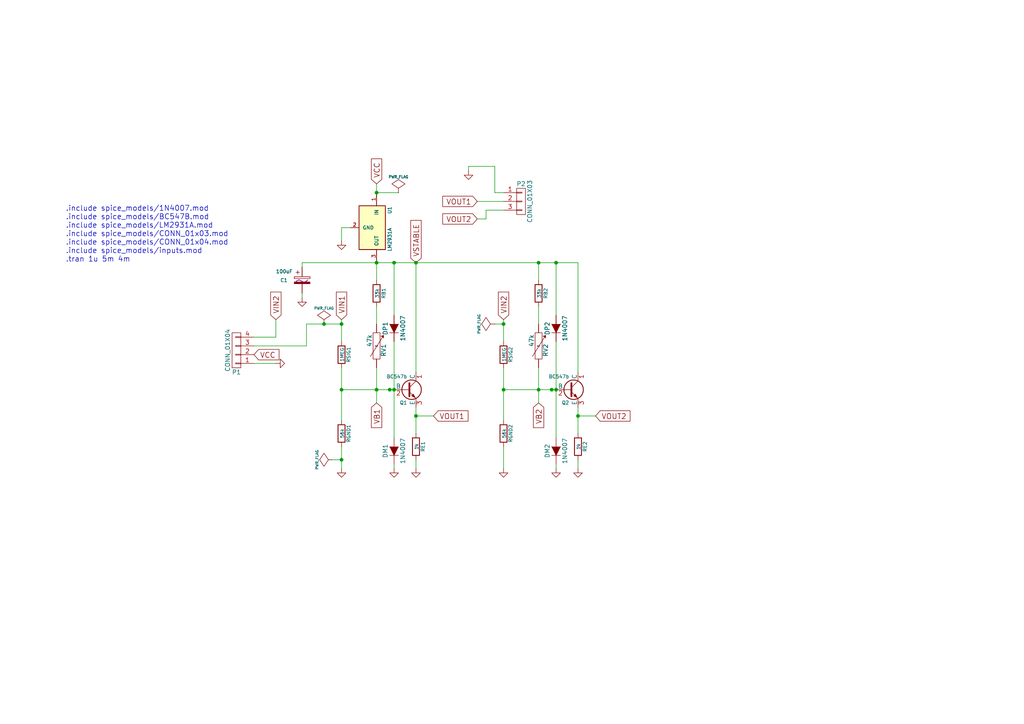
<source format=kicad_sch>
(kicad_sch (version 20230121) (generator eeschema)
  (paper "A4")
  (title_block (title "Arduino TFT Oscilloscope Input") (date "8 apr 2015"))
  (lib_symbols
    (symbol "osc_input-rescue:BC547" (pin_names (offset 0))
      (property "Reference" "Q" (at 5.08 1.905 0))
      (property "Value" "BC547" (at 5.08 0 0))
      (property "Footprint" "TO-92" (at 5.08 -1.905 0))
      (symbol "BC547_0_1"
        (polyline (pts (xy 0 0) (xy 0.635 0)))
        (polyline (pts (xy 0.635 0.635) (xy 2.54 2.54)))
        (polyline (pts (xy 0.635 -0.635) (xy 2.54 -2.54) (xy 2.54 -2.54)))
        (polyline (pts (xy 0.635 1.905) (xy 0.635 -1.905) (xy 0.635 -1.905)) (stroke (width 0.508)))
        (polyline (pts (xy 1.27 -1.778) (xy 1.778 -1.27) (xy 2.286 -2.286) (xy 1.27 -1.778) (xy 1.27 -1.778)) (fill (type outline)))
        (circle (center 1.27 0) (radius 2.8194) (stroke (width 0.254)))
      )
      (symbol "BC547_1_1"
        (pin passive line (at 2.54 5.08 270) (length 2.54) (name "C") (number "1"))
        (pin input line (at -5.08 0 0) (length 5.08) (name "B") (number "2"))
        (pin passive line (at 2.54 -5.08 90) (length 2.54) (name "E") (number "3"))
      )
    )
    (symbol "osc_input-rescue:CONN_01X03" (pin_names (offset 1.016) hide)
      (property "Reference" "P" (at 0 5.08 0))
      (property "Value" "CONN_01X03" (at 2.54 0 90))
      (symbol "CONN_01X03_0_1"
        (rectangle (start -1.27 -2.413) (end 0.254 -2.667))
        (rectangle (start -1.27 0.127) (end 0.254 -0.127))
        (rectangle (start -1.27 2.667) (end 0.254 2.413))
        (rectangle (start -1.27 3.81) (end 1.27 -3.81))
      )
      (symbol "CONN_01X03_1_1"
        (pin passive line (at -5.08 2.54 0) (length 3.81) (name "P1") (number "1"))
        (pin passive line (at -5.08 0 0) (length 3.81) (name "P2") (number "2"))
        (pin passive line (at -5.08 -2.54 0) (length 3.81) (name "P3") (number "3"))
      )
    )
    (symbol "osc_input-rescue:CONN_01X04" (pin_names (offset 1.016) hide)
      (property "Reference" "P" (at 0 6.35 0))
      (property "Value" "CONN_01X04" (at 2.54 0 90))
      (symbol "CONN_01X04_0_1"
        (rectangle (start -1.27 -3.683) (end 0.254 -3.937))
        (rectangle (start -1.27 -1.143) (end 0.254 -1.397))
        (rectangle (start -1.27 1.397) (end 0.254 1.143))
        (rectangle (start -1.27 3.937) (end 0.254 3.683))
        (rectangle (start -1.27 5.08) (end 1.27 -5.08))
      )
      (symbol "CONN_01X04_1_1"
        (pin passive line (at -5.08 3.81 0) (length 3.81) (name "P1") (number "1"))
        (pin passive line (at -5.08 1.27 0) (length 3.81) (name "P2") (number "2"))
        (pin passive line (at -5.08 -1.27 0) (length 3.81) (name "P3") (number "3"))
        (pin passive line (at -5.08 -3.81 0) (length 3.81) (name "P4") (number "4"))
      )
    )
    (symbol "osc_input-rescue:CP" (pin_numbers hide) (pin_names (offset 0.254))
      (property "Reference" "C" (at 0.635 2.54 0))
      (property "Value" "CP" (at 0.635 -2.54 0))
      (symbol "CP_0_1"
        (rectangle (start -2.286 0.508) (end -2.286 1.016))
        (rectangle (start -2.286 0.508) (end 2.286 0.508))
        (polyline (pts (xy -1.778 2.286) (xy -0.762 2.286)))
        (polyline (pts (xy -1.27 2.794) (xy -1.27 1.778)))
        (rectangle (start 2.286 -0.508) (end -2.286 -1.016) (fill (type outline)))
        (rectangle (start 2.286 1.016) (end -2.286 1.016))
        (rectangle (start 2.286 1.016) (end 2.286 0.508))
      )
      (symbol "CP_1_1"
        (pin passive line (at 0 3.81 270) (length 2.794) (name "~") (number "1"))
        (pin passive line (at 0 -3.81 90) (length 2.794) (name "~") (number "2"))
      )
    )
    (symbol "osc_input-rescue:D" (pin_numbers hide) (pin_names (offset 1.016) hide)
      (property "Reference" "D" (at 0 2.54 0))
      (property "Value" "D" (at 0 -2.54 0))
      (symbol "D_0_1"
        (polyline (pts (xy -1.27 1.27) (xy -1.27 -1.27)) (stroke (width 0.1524)))
        (polyline (pts (xy 1.27 1.27) (xy -1.27 0) (xy 1.27 -1.27)) (fill (type outline)))
      )
      (symbol "D_1_1"
        (pin passive line (at -3.81 0 0) (length 2.54) (name "K") (number "1"))
        (pin passive line (at 3.81 0 180) (length 2.54) (name "A") (number "2"))
      )
    )
    (symbol "osc_input-rescue:GND" (power) (pin_names (offset 0))
      (property "Value" "GND" (at 0 -3.81 0))
      (symbol "GND_0_1"
        (polyline (pts (xy 0 0) (xy 0 -1.27) (xy 1.27 -1.27) (xy 0 -2.54) (xy -1.27 -1.27) (xy 0 -1.27)))
      )
      (symbol "GND_1_1"
        (pin power_in line (at 0 0 270) (length 0) hide (name "GND") (number "1"))
      )
    )
    (symbol "osc_input-rescue:LM2931A" (pin_names (offset 1.016))
      (property "Reference" "U" (at -5.08 5.08 0))
      (property "Value" "LM2931A" (at 0 5.08 0))
      (property "Footprint" "TO-220" (at 0 2.54 0))
      (symbol "LM2931A_0_1"
        (rectangle (start -6.35 3.81) (end 6.35 -3.81) (stroke (width 0.254)) (fill (type background)))
      )
      (symbol "LM2931A_1_1"
        (pin input line (at -10.16 1.27 0) (length 3.81) (name "IN") (number "1"))
        (pin input line (at 0 -6.35 90) (length 2.54) (name "GND") (number "2"))
        (pin power_out line (at 10.16 1.27 180) (length 3.81) (name "OUT") (number "3"))
      )
    )
    (symbol "osc_input-rescue:PWR_FLAG" (power) (pin_numbers hide) (pin_names (offset 0) hide)
      (property "Value" "PWR_FLAG" (at 0 4.572 0))
      (symbol "PWR_FLAG_0_0"
        (pin power_out line (at 0 0 90) (length 0) (name "pwr") (number "1"))
      )
      (symbol "PWR_FLAG_0_1"
        (polyline (pts (xy 0 0) (xy 0 1.27) (xy -1.905 2.54) (xy 0 3.81) (xy 1.905 2.54) (xy 0 1.27)))
      )
    )
    (symbol "osc_input-rescue:R" (pin_numbers hide) (pin_names (offset 0))
      (property "Reference" "R" (at 2.032 0 90))
      (property "Value" "R" (at 0 0 90))
      (symbol "R_0_1"
        (rectangle (start -1.016 -2.54) (end 1.016 2.54) (stroke (width 0.254)))
      )
      (symbol "R_1_1"
        (pin passive line (at 0 3.81 270) (length 1.27) (name "~") (number "1"))
        (pin passive line (at 0 -3.81 90) (length 1.27) (name "~") (number "2"))
      )
    )
    (symbol "osc_input-rescue:RVAR" (pin_numbers hide) (pin_names (offset 0))
      (property "Reference" "R" (at 2.032 -1.27 90))
      (property "Value" "RVAR" (at -2.032 1.524 90))
      (symbol "RVAR_0_1"
        (rectangle (start -1.016 3.81) (end 1.016 -3.81))
        (polyline (pts (xy -1.778 -3.048) (xy 2.032 3.048)))
        (polyline (pts (xy 2.032 2.286) (xy 2.032 3.048) (xy 1.27 2.794)) (fill (type outline)))
      )
      (symbol "RVAR_1_1"
        (pin passive line (at 0 6.35 270) (length 2.54) (name "~") (number "1"))
        (pin passive line (at 0 -6.35 90) (length 2.54) (name "~") (number "2"))
      )
    )
  )
  (junction (at 120.65 76.2))
  (junction (at 109.22 76.2))
  (junction (at 120.65 120.65))
  (junction (at 93.98 93.98))
  (junction (at 160.02 113.03))
  (junction (at 156.21 76.2))
  (junction (at 99.06 113.03))
  (junction (at 99.06 93.98))
  (junction (at 109.22 113.03))
  (junction (at 161.29 76.2))
  (junction (at 113.03 113.03))
  (junction (at 146.05 113.03))
  (junction (at 146.05 93.98))
  (junction (at 167.64 120.65))
  (junction (at 161.29 113.03))
  (junction (at 99.06 133.35))
  (junction (at 114.3 76.2))
  (junction (at 109.22 55.88))
  (junction (at 156.21 113.03))
  (junction (at 114.3 113.03))
  (wire (pts (xy 93.98 93.98) (xy 99.06 93.98)))
  (wire (pts (xy 160.02 113.03) (xy 161.29 113.03)))
  (wire (pts (xy 143.51 93.98) (xy 146.05 93.98)))
  (wire (pts (xy 146.05 113.03) (xy 146.05 121.92)))
  (wire (pts (xy 109.22 57.15) (xy 109.22 55.88)))
  (wire (pts (xy 109.22 76.2) (xy 109.22 81.28)))
  (wire (pts (xy 156.21 106.68) (xy 156.21 113.03)))
  (wire (pts (xy 88.9 100.33) (xy 88.9 93.98)))
  (wire (pts (xy 99.06 113.03) (xy 109.22 113.03)))
  (wire (pts (xy 156.21 76.2) (xy 156.21 81.28)))
  (wire (pts (xy 167.64 133.35) (xy 167.64 135.89)))
  (wire (pts (xy 120.65 120.65) (xy 120.65 125.73)))
  (wire (pts (xy 146.05 92.71) (xy 146.05 93.98)))
  (wire (pts (xy 167.64 120.65) (xy 172.72 120.65)))
  (wire (pts (xy 161.29 76.2) (xy 167.64 76.2)))
  (wire (pts (xy 120.65 118.11) (xy 120.65 120.65)))
  (wire (pts (xy 156.21 76.2) (xy 161.29 76.2)))
  (wire (pts (xy 167.64 120.65) (xy 167.64 125.73)))
  (wire (pts (xy 156.21 88.9) (xy 156.21 93.98)))
  (wire (pts (xy 143.51 55.88) (xy 146.05 55.88)))
  (wire (pts (xy 73.66 97.79) (xy 80.01 97.79)))
  (wire (pts (xy 114.3 99.06) (xy 114.3 113.03)))
  (wire (pts (xy 109.22 88.9) (xy 109.22 93.98)))
  (wire (pts (xy 161.29 134.62) (xy 161.29 135.89)))
  (wire (pts (xy 87.63 76.2) (xy 109.22 76.2)))
  (wire (pts (xy 80.01 97.79) (xy 80.01 92.71)))
  (wire (pts (xy 114.3 113.03) (xy 114.3 127)))
  (wire (pts (xy 156.21 113.03) (xy 160.02 113.03)))
  (wire (pts (xy 140.97 60.96) (xy 140.97 63.5)))
  (wire (pts (xy 99.06 69.85) (xy 99.06 66.04)))
  (wire (pts (xy 109.22 106.68) (xy 109.22 113.03)))
  (wire (pts (xy 87.63 77.47) (xy 87.63 76.2)))
  (wire (pts (xy 113.03 113.03) (xy 114.3 113.03)))
  (wire (pts (xy 73.66 105.41) (xy 80.01 105.41)))
  (wire (pts (xy 114.3 134.62) (xy 114.3 135.89)))
  (wire (pts (xy 109.22 76.2) (xy 114.3 76.2)))
  (wire (pts (xy 114.3 76.2) (xy 120.65 76.2)))
  (wire (pts (xy 161.29 99.06) (xy 161.29 113.03)))
  (wire (pts (xy 109.22 55.88) (xy 115.57 55.88)))
  (wire (pts (xy 120.65 76.2) (xy 156.21 76.2)))
  (wire (pts (xy 109.22 113.03) (xy 113.03 113.03)))
  (wire (pts (xy 109.22 113.03) (xy 109.22 116.84)))
  (wire (pts (xy 99.06 66.04) (xy 101.6 66.04)))
  (wire (pts (xy 140.97 60.96) (xy 146.05 60.96)))
  (wire (pts (xy 120.65 133.35) (xy 120.65 135.89)))
  (wire (pts (xy 120.65 120.65) (xy 125.73 120.65)))
  (wire (pts (xy 167.64 118.11) (xy 167.64 120.65)))
  (wire (pts (xy 146.05 135.89) (xy 146.05 129.54)))
  (wire (pts (xy 140.97 63.5) (xy 138.43 63.5)))
  (wire (pts (xy 99.06 133.35) (xy 99.06 135.89)))
  (wire (pts (xy 143.51 48.26) (xy 135.89 48.26)))
  (wire (pts (xy 167.64 76.2) (xy 167.64 107.95)))
  (wire (pts (xy 161.29 76.2) (xy 161.29 91.44)))
  (wire (pts (xy 120.65 76.2) (xy 120.65 107.95)))
  (wire (pts (xy 99.06 129.54) (xy 99.06 133.35)))
  (wire (pts (xy 109.22 53.34) (xy 109.22 55.88)))
  (wire (pts (xy 146.05 113.03) (xy 156.21 113.03)))
  (wire (pts (xy 99.06 92.71) (xy 99.06 93.98)))
  (wire (pts (xy 146.05 93.98) (xy 146.05 99.06)))
  (wire (pts (xy 87.63 85.09) (xy 87.63 86.36)))
  (wire (pts (xy 161.29 113.03) (xy 161.29 127)))
  (wire (pts (xy 143.51 48.26) (xy 143.51 55.88)))
  (wire (pts (xy 114.3 76.2) (xy 114.3 91.44)))
  (wire (pts (xy 99.06 106.68) (xy 99.06 113.03)))
  (wire (pts (xy 96.52 133.35) (xy 99.06 133.35)))
  (wire (pts (xy 73.66 100.33) (xy 88.9 100.33)))
  (wire (pts (xy 88.9 93.98) (xy 93.98 93.98)))
  (wire (pts (xy 156.21 113.03) (xy 156.21 116.84)))
  (wire (pts (xy 135.89 48.26) (xy 135.89 49.53)))
  (wire (pts (xy 138.43 58.42) (xy 146.05 58.42)))
  (wire (pts (xy 99.06 113.03) (xy 99.06 121.92)))
  (wire (pts (xy 99.06 93.98) (xy 99.06 99.06)))
  (wire (pts (xy 146.05 106.68) (xy 146.05 113.03)))
  (text ".include spice_models/1N4007.mod\n.include spice_models/BC547B.mod\n.include spice_models/LM2931A.mod\n.include spice_models/CONN_01x03.mod\n.include spice_models/CONN_01x04.mod\n.include spice_models/inputs.mod\n.tran 1u 5m 4m" (at 19.05 76.2 0) (effects (font (size 1.524 1.524)) (justify left bottom)))
  (global_label "VOUT2" (shape input) (at 172.72 120.65 0) (effects (font (size 1.524 1.524))) (property "Intersheetrefs" "${INTERSHEET_REFS}" (effects hide)))
  (global_label "VOUT1" (shape input) (at 138.43 58.42 180) (effects (font (size 1.524 1.524))) (property "Intersheetrefs" "${INTERSHEET_REFS}" (effects hide)))
  (global_label "VB2" (shape input) (at 156.21 116.84 270) (effects (font (size 1.524 1.524))) (property "Intersheetrefs" "${INTERSHEET_REFS}" (effects hide)))
  (global_label "VCC" (shape input) (at 109.22 53.34 90) (effects (font (size 1.524 1.524))) (property "Intersheetrefs" "${INTERSHEET_REFS}" (effects hide)))
  (global_label "VIN2" (shape input) (at 146.05 92.71 90) (effects (font (size 1.524 1.524))) (property "Intersheetrefs" "${INTERSHEET_REFS}" (effects hide)))
  (global_label "VIN2" (shape input) (at 80.01 92.71 90) (effects (font (size 1.524 1.524))) (property "Intersheetrefs" "${INTERSHEET_REFS}" (effects hide)))
  (global_label "VIN1" (shape input) (at 99.06 92.71 90) (effects (font (size 1.524 1.524))) (property "Intersheetrefs" "${INTERSHEET_REFS}" (effects hide)))
  (global_label "VOUT1" (shape input) (at 125.73 120.65 0) (effects (font (size 1.524 1.524))) (property "Intersheetrefs" "${INTERSHEET_REFS}" (effects hide)))
  (global_label "VCC" (shape input) (at 73.66 102.87 0) (effects (font (size 1.524 1.524))) (property "Intersheetrefs" "${INTERSHEET_REFS}" (effects hide)))
  (global_label "VOUT2" (shape input) (at 138.43 63.5 180) (effects (font (size 1.524 1.524))) (property "Intersheetrefs" "${INTERSHEET_REFS}" (effects hide)))
  (global_label "VB1" (shape input) (at 109.22 116.84 270) (effects (font (size 1.524 1.524))) (property "Intersheetrefs" "${INTERSHEET_REFS}" (effects hide)))
  (global_label "VSTABLE" (shape input) (at 120.65 76.2 90) (effects (font (size 1.524 1.524))) (property "Intersheetrefs" "${INTERSHEET_REFS}" (effects hide)))
  (symbol (lib_id "osc_input-rescue:LM2931A") (at 107.95 66.04 270) (unit 1)
    (property "Reference" "U1" (at 113.03 60.96 0) (effects (font (size 1.016 1.016))))
    (property "Value" "LM2931A" (at 113.03 66.04 0) (effects (font (size 1.016 1.016)) (justify left)))
    (property "Footprint" "TO_SOT_Packages_THT:TO-220_Neutral123_Vertical" (effects hide))
    (property "Spice_Primitive" "X" (effects hide))
    (property "Spice_Model" "LM2931A" (effects hide))
    (property "Spice_Netlist_Enabled" "Y" (effects hide))
    (property "Spice_Lib_File" "spice_models/LM2931A.mod" (effects hide))
  )
  (symbol (lib_id "osc_input-rescue:GND") (at 99.06 69.85 0) (unit 1)
    (property "Reference" "#PWR01" (effects hide))
    (property "Value" "GND" (effects hide))
  )
  (symbol (lib_id "osc_input-rescue:R") (at 109.22 85.09 0) (unit 1)
    (property "Reference" "RB1" (at 111.252 85.09 90) (effects (font (size 1.016 1.016))))
    (property "Value" "33k" (at 109.3978 85.0646 90) (effects (font (size 1.016 1.016))))
    (property "Footprint" "Resistors_THT:Resistor_Horizontal_RM10mm" (effects hide))
    (property "Datasheet" "~" (at 109.22 85.09 0) (effects (font (size 0.762 0.762))))
  )
  (symbol (lib_id "osc_input-rescue:CP") (at 87.63 81.28 0) (unit 1)
    (property "Reference" "C1" (at 81.28 81.28 0) (effects (font (size 1.016 1.016)) (justify left)))
    (property "Value" "100uF" (at 80.01 78.74 0) (effects (font (size 1.016 1.016)) (justify left)))
    (property "Footprint" "Capacitors_THT:C_Radial_D10_L20_P5" (effects hide))
    (property "Datasheet" "~" (at 87.63 81.28 0) (effects (font (size 7.62 7.62))))
  )
  (symbol (lib_id "osc_input-rescue:GND") (at 87.63 86.36 0) (unit 1)
    (property "Reference" "#PWR02" (effects hide))
    (property "Value" "GND" (effects hide))
  )
  (symbol (lib_id "osc_input-rescue:BC547") (at 118.11 113.03 0) (unit 1)
    (property "Reference" "Q1" (at 118.11 116.8146 0) (effects (font (size 1.016 1.016)) (justify right)))
    (property "Value" "BC547b" (at 118.11 109.22 0) (effects (font (size 1.016 1.016)) (justify right)))
    (property "Footprint" "boul51:TO-92_1" (effects hide))
    (property "Spice_Primitive" "Q" (effects hide))
    (property "Spice_Model" "bc547b" (effects hide))
    (property "Spice_Netlist_Enabled" "Y" (effects hide))
    (property "Spice_Lib_File" "spice_models/BC547B.mod" (effects hide))
  )
  (symbol (lib_id "osc_input-rescue:R") (at 120.65 129.54 0) (unit 1)
    (property "Reference" "RE1" (at 122.682 129.54 90) (effects (font (size 1.016 1.016))))
    (property "Value" "1k" (at 120.8278 129.5146 90) (effects (font (size 1.016 1.016))))
    (property "Footprint" "Resistors_THT:Resistor_Horizontal_RM10mm" (effects hide))
    (property "Datasheet" "~" (at 120.65 129.54 0) (effects (font (size 0.762 0.762))))
  )
  (symbol (lib_id "osc_input-rescue:GND") (at 120.65 135.89 0) (unit 1)
    (property "Reference" "#PWR03" (effects hide))
    (property "Value" "GND" (effects hide))
  )
  (symbol (lib_id "osc_input-rescue:R") (at 99.06 102.87 0) (unit 1)
    (property "Reference" "RSIG1" (at 101.092 102.87 90) (effects (font (size 1.016 1.016))))
    (property "Value" "1MEG" (at 99.2378 102.8446 90) (effects (font (size 1.016 1.016))))
    (property "Footprint" "Resistors_THT:Resistor_Horizontal_RM10mm" (effects hide))
    (property "Datasheet" "~" (at 99.06 102.87 0) (effects (font (size 0.762 0.762))))
  )
  (symbol (lib_id "osc_input-rescue:R") (at 99.06 125.73 0) (unit 1)
    (property "Reference" "RGND1" (at 101.092 125.73 90) (effects (font (size 1.016 1.016))))
    (property "Value" "56k" (at 99.2378 125.7046 90) (effects (font (size 1.016 1.016))))
    (property "Footprint" "Resistors_THT:Resistor_Horizontal_RM10mm" (effects hide))
    (property "Datasheet" "~" (at 99.06 125.73 0) (effects (font (size 0.762 0.762))))
  )
  (symbol (lib_id "osc_input-rescue:GND") (at 99.06 135.89 0) (unit 1)
    (property "Reference" "#PWR04" (effects hide))
    (property "Value" "GND" (effects hide))
  )
  (symbol (lib_id "osc_input-rescue:PWR_FLAG") (at 115.57 55.88 0) (unit 1)
    (property "Reference" "#FLG05" (effects hide))
    (property "Value" "PWR_FLAG" (at 115.57 51.308 0) (effects (font (size 0.762 0.762))))
  )
  (symbol (lib_id "osc_input-rescue:PWR_FLAG") (at 93.98 93.98 0) (unit 1)
    (property "Reference" "#FLG06" (effects hide))
    (property "Value" "PWR_FLAG" (at 93.98 89.408 0) (effects (font (size 0.762 0.762))))
  )
  (symbol (lib_id "osc_input-rescue:PWR_FLAG") (at 96.52 133.35 90) (unit 1)
    (property "Reference" "#FLG010" (effects hide))
    (property "Value" "PWR_FLAG" (at 91.948 133.35 0) (effects (font (size 0.762 0.762))))
  )
  (symbol (lib_id "osc_input-rescue:RVAR") (at 109.22 100.33 0) (unit 1)
    (property "Reference" "RV1" (at 111.252 101.6 90))
    (property "Value" "47k" (at 107.188 98.806 90))
    (property "Footprint" "boul51:Pot_5x8mm" (effects hide))
    (property "Datasheet" "~" (at 109.22 100.33 0) (effects (font (size 1.524 1.524))))
  )
  (symbol (lib_id "osc_input-rescue:R") (at 156.21 85.09 0) (unit 1)
    (property "Reference" "RB2" (at 158.242 85.09 90) (effects (font (size 1.016 1.016))))
    (property "Value" "33k" (at 156.3878 85.0646 90) (effects (font (size 1.016 1.016))))
    (property "Footprint" "Resistors_THT:Resistor_Horizontal_RM10mm" (effects hide))
    (property "Datasheet" "~" (at 156.21 85.09 0) (effects (font (size 0.762 0.762))))
  )
  (symbol (lib_id "osc_input-rescue:BC547") (at 165.1 113.03 0) (unit 1)
    (property "Reference" "Q2" (at 165.1 116.8146 0) (effects (font (size 1.016 1.016)) (justify right)))
    (property "Value" "BC547b" (at 165.1 109.22 0) (effects (font (size 1.016 1.016)) (justify right)))
    (property "Footprint" "boul51:TO-92_2" (effects hide))
  )
  (symbol (lib_id "osc_input-rescue:R") (at 167.64 129.54 0) (unit 1)
    (property "Reference" "RE2" (at 169.672 129.54 90) (effects (font (size 1.016 1.016))))
    (property "Value" "1k" (at 167.8178 129.5146 90) (effects (font (size 1.016 1.016))))
    (property "Footprint" "Resistors_THT:Resistor_Horizontal_RM10mm" (effects hide))
    (property "Datasheet" "~" (at 167.64 129.54 0) (effects (font (size 0.762 0.762))))
  )
  (symbol (lib_id "osc_input-rescue:GND") (at 167.64 135.89 0) (unit 1)
    (property "Reference" "#PWR07" (effects hide))
    (property "Value" "GND" (effects hide))
  )
  (symbol (lib_id "osc_input-rescue:R") (at 146.05 102.87 0) (unit 1)
    (property "Reference" "RSIG2" (at 148.082 102.87 90) (effects (font (size 1.016 1.016))))
    (property "Value" "1MEG" (at 146.2278 102.8446 90) (effects (font (size 1.016 1.016))))
    (property "Footprint" "Resistors_THT:Resistor_Horizontal_RM10mm" (effects hide))
    (property "Datasheet" "~" (at 146.05 102.87 0) (effects (font (size 0.762 0.762))))
  )
  (symbol (lib_id "osc_input-rescue:R") (at 146.05 125.73 0) (unit 1)
    (property "Reference" "RGND2" (at 148.082 125.73 90) (effects (font (size 1.016 1.016))))
    (property "Value" "56k" (at 146.2278 125.7046 90) (effects (font (size 1.016 1.016))))
    (property "Footprint" "Resistors_THT:Resistor_Horizontal_RM10mm" (effects hide))
    (property "Datasheet" "~" (at 146.05 125.73 0) (effects (font (size 0.762 0.762))))
  )
  (symbol (lib_id "osc_input-rescue:GND") (at 146.05 135.89 0) (unit 1)
    (property "Reference" "#PWR08" (effects hide))
    (property "Value" "GND" (effects hide))
  )
  (symbol (lib_id "osc_input-rescue:PWR_FLAG") (at 143.51 93.98 90) (unit 1)
    (property "Reference" "#FLG09" (effects hide))
    (property "Value" "PWR_FLAG" (at 138.938 93.98 0) (effects (font (size 0.762 0.762))))
  )
  (symbol (lib_id "osc_input-rescue:RVAR") (at 156.21 100.33 0) (unit 1)
    (property "Reference" "RV2" (at 158.242 101.6 90))
    (property "Value" "47k" (at 154.178 98.806 90))
    (property "Footprint" "boul51:Pot_5x8mm" (effects hide))
    (property "Datasheet" "~" (at 156.21 100.33 0) (effects (font (size 1.524 1.524))))
  )
  (symbol (lib_id "osc_input-rescue:GND") (at 114.3 135.89 0) (unit 1)
    (property "Reference" "#PWR011" (effects hide))
    (property "Value" "GND" (effects hide))
  )
  (symbol (lib_id "osc_input-rescue:GND") (at 161.29 135.89 0) (unit 1)
    (property "Reference" "#PWR012" (effects hide))
    (property "Value" "GND" (effects hide))
  )
  (symbol (lib_id "osc_input-rescue:GND") (at 80.01 105.41 90) (unit 1)
    (property "Reference" "#PWR013" (effects hide))
    (property "Value" "GND" (effects hide))
  )
  (symbol (lib_id "osc_input-rescue:GND") (at 135.89 49.53 0) (unit 1)
    (property "Reference" "#PWR014" (effects hide))
    (property "Value" "GND" (effects hide))
  )
  (symbol (lib_id "osc_input-rescue:D") (at 161.29 95.25 90) (unit 1)
    (property "Reference" "DP2" (at 158.75 95.25 0))
    (property "Value" "1N4007" (at 163.83 95.25 0))
    (property "Footprint" "boul51:Diode-DO41" (effects hide))
  )
  (symbol (lib_id "osc_input-rescue:D") (at 161.29 130.81 90) (unit 1)
    (property "Reference" "DM2" (at 158.75 130.81 0))
    (property "Value" "1N4007" (at 163.83 130.81 0))
    (property "Footprint" "boul51:Diode-DO41" (effects hide))
  )
  (symbol (lib_id "osc_input-rescue:D") (at 114.3 95.25 90) (unit 1)
    (property "Reference" "DP1" (at 111.76 95.25 0))
    (property "Value" "1N4007" (at 116.84 95.25 0))
    (property "Footprint" "boul51:Diode-DO41" (effects hide))
    (property "Spice_Primitive" "D" (effects hide))
    (property "Spice_Model" "1n4007" (effects hide))
    (property "Spice_Netlist_Enabled" "Y" (effects hide))
    (property "Spice_Lib_File" "spice_models/1N4007.mod" (effects hide))
  )
  (symbol (lib_id "osc_input-rescue:D") (at 114.3 130.81 90) (unit 1)
    (property "Reference" "DM1" (at 111.76 130.81 0))
    (property "Value" "1N4007" (at 116.84 130.81 0))
    (property "Footprint" "boul51:Diode-DO41" (effects hide))
    (property "Spice_Primitive" "D" (effects hide))
    (property "Spice_Model" "1n4007" (effects hide))
    (property "Spice_Netlist_Enabled" "Y" (effects hide))
    (property "Spice_Lib_File" "spice_models/1N4007.mod" (effects hide))
  )
  (symbol (lib_id "osc_input-rescue:CONN_01X04") (at 68.58 101.6 180) (unit 1)
    (property "Reference" "P1" (at 68.58 107.95 0))
    (property "Value" "CONN_01X04" (at 66.04 101.6 90))
    (property "Footprint" "boul51:PinHeader_x4" (effects hide))
    (property "Spice_Primitive" "X" (effects hide))
    (property "Spice_Model" "CONN_01x04" (effects hide))
    (property "Spice_Netlist_Enabled" "Y" (effects hide))
    (property "Spice_Lib_File" "spice_models/CONN_01x04.mod" (effects hide))
  )
  (symbol (lib_id "osc_input-rescue:CONN_01X03") (at 151.13 58.42 0) (unit 1)
    (property "Reference" "P2" (at 151.13 53.34 0))
    (property "Value" "CONN_01X03" (at 153.67 58.42 90))
    (property "Footprint" "boul51:PinHeader_x3" (effects hide))
    (property "Spice_Primitive" "X" (effects hide))
    (property "Spice_Model" "CONN_01x03" (effects hide))
    (property "Spice_Netlist_Enabled" "Y" (effects hide))
    (property "Spice_Lib_File" "spice_models/CONN_01x03.mod" (effects hide))
  )
)
</source>
